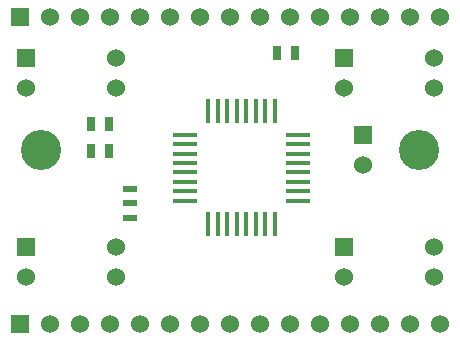
<source format=gts>
G04 (created by PCBNEW (2013-jul-07)-stable) date Tue 07 Apr 2015 07:13:19 PM PDT*
%MOIN*%
G04 Gerber Fmt 3.4, Leading zero omitted, Abs format*
%FSLAX34Y34*%
G01*
G70*
G90*
G04 APERTURE LIST*
%ADD10C,0.00590551*%
%ADD11R,0.06X0.06*%
%ADD12C,0.06*%
%ADD13R,0.025X0.045*%
%ADD14R,0.0787X0.0177*%
%ADD15R,0.0177X0.0787*%
%ADD16R,0.0512X0.0197*%
%ADD17C,0.1339*%
G04 APERTURE END LIST*
G54D10*
G54D11*
X20559Y-33346D03*
G54D12*
X21559Y-33346D03*
X22559Y-33346D03*
X23559Y-33346D03*
X24559Y-33346D03*
X25559Y-33346D03*
X26559Y-33346D03*
X27559Y-33346D03*
X28559Y-33346D03*
X29559Y-33346D03*
X30559Y-33346D03*
X31559Y-33346D03*
X32559Y-33346D03*
X33559Y-33346D03*
X34559Y-33346D03*
G54D11*
X20559Y-23129D03*
G54D12*
X21559Y-23129D03*
X22559Y-23129D03*
X23559Y-23129D03*
X24559Y-23129D03*
X25559Y-23129D03*
X26559Y-23129D03*
X27559Y-23129D03*
X28559Y-23129D03*
X29559Y-23129D03*
X30559Y-23129D03*
X31559Y-23129D03*
X32559Y-23129D03*
X33559Y-23129D03*
X34559Y-23129D03*
G54D13*
X23528Y-26692D03*
X22928Y-26692D03*
X23528Y-27598D03*
X22928Y-27598D03*
G54D14*
X26056Y-29242D03*
X26056Y-28927D03*
X26056Y-28612D03*
X26056Y-28297D03*
X26056Y-27982D03*
X26056Y-27667D03*
X26056Y-27352D03*
X26056Y-27037D03*
X29822Y-27039D03*
X29822Y-29249D03*
X29822Y-28929D03*
X29822Y-28609D03*
X29822Y-28299D03*
X29822Y-27979D03*
X29822Y-27669D03*
X29822Y-27349D03*
G54D15*
X26840Y-26249D03*
X27154Y-26249D03*
X27470Y-26249D03*
X27784Y-26249D03*
X28100Y-26249D03*
X28414Y-26249D03*
X28730Y-26249D03*
X29044Y-26249D03*
X26842Y-30029D03*
X27152Y-30029D03*
X27472Y-30029D03*
X27782Y-30029D03*
X28092Y-30029D03*
X28412Y-30029D03*
X28732Y-30029D03*
X29052Y-30029D03*
G54D13*
X29129Y-24311D03*
X29729Y-24311D03*
G54D16*
X24212Y-29330D03*
X24212Y-29802D03*
X24212Y-28858D03*
G54D11*
X32007Y-27059D03*
G54D12*
X32007Y-28059D03*
G54D17*
X21259Y-27559D03*
X33858Y-27559D03*
G54D11*
X31374Y-30799D03*
G54D12*
X34374Y-30799D03*
X31374Y-31799D03*
X34374Y-31799D03*
G54D11*
X31374Y-24500D03*
G54D12*
X34374Y-24500D03*
X31374Y-25500D03*
X34374Y-25500D03*
G54D11*
X20744Y-30799D03*
G54D12*
X23744Y-30799D03*
X20744Y-31799D03*
X23744Y-31799D03*
G54D11*
X20744Y-24500D03*
G54D12*
X23744Y-24500D03*
X20744Y-25500D03*
X23744Y-25500D03*
M02*

</source>
